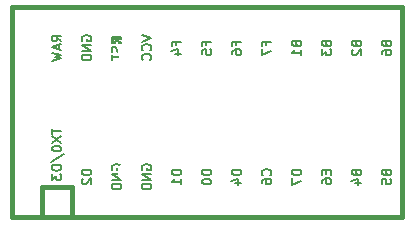
<source format=gbo>
%TF.GenerationSoftware,KiCad,Pcbnew,(5.1.9)-1*%
%TF.CreationDate,2021-04-18T19:10:53+08:00*%
%TF.ProjectId,ISOISOISO,49534f49-534f-4495-934f-2e6b69636164,rev?*%
%TF.SameCoordinates,Original*%
%TF.FileFunction,Legend,Bot*%
%TF.FilePolarity,Positive*%
%FSLAX46Y46*%
G04 Gerber Fmt 4.6, Leading zero omitted, Abs format (unit mm)*
G04 Created by KiCad (PCBNEW (5.1.9)-1) date 2021-04-18 19:10:53*
%MOMM*%
%LPD*%
G01*
G04 APERTURE LIST*
%ADD10C,0.381000*%
%ADD11C,0.150000*%
%ADD12C,1.752600*%
%ADD13R,1.752600X1.752600*%
%ADD14C,3.987800*%
%ADD15C,3.048000*%
%ADD16C,1.750000*%
%ADD17C,2.250000*%
G04 APERTURE END LIST*
D10*
%TO.C,U1*%
X33337500Y-47625000D02*
X33337500Y-50165000D01*
X30797500Y-47625000D02*
X33337500Y-47625000D01*
D11*
G36*
X37086530Y-35230365D02*
G01*
X37186530Y-35230365D01*
X37186530Y-35130365D01*
X37086530Y-35130365D01*
X37086530Y-35230365D01*
G37*
X37086530Y-35230365D02*
X37186530Y-35230365D01*
X37186530Y-35130365D01*
X37086530Y-35130365D01*
X37086530Y-35230365D01*
G36*
X36686530Y-35030365D02*
G01*
X37486530Y-35030365D01*
X37486530Y-34930365D01*
X36686530Y-34930365D01*
X36686530Y-35030365D01*
G37*
X36686530Y-35030365D02*
X37486530Y-35030365D01*
X37486530Y-34930365D01*
X36686530Y-34930365D01*
X36686530Y-35030365D01*
G36*
X37286530Y-35430365D02*
G01*
X37486530Y-35430365D01*
X37486530Y-35330365D01*
X37286530Y-35330365D01*
X37286530Y-35430365D01*
G37*
X37286530Y-35430365D02*
X37486530Y-35430365D01*
X37486530Y-35330365D01*
X37286530Y-35330365D01*
X37286530Y-35430365D01*
G36*
X36686530Y-35430365D02*
G01*
X36986530Y-35430365D01*
X36986530Y-35330365D01*
X36686530Y-35330365D01*
X36686530Y-35430365D01*
G37*
X36686530Y-35430365D02*
X36986530Y-35430365D01*
X36986530Y-35330365D01*
X36686530Y-35330365D01*
X36686530Y-35430365D01*
G36*
X36686530Y-35430365D02*
G01*
X36786530Y-35430365D01*
X36786530Y-34930365D01*
X36686530Y-34930365D01*
X36686530Y-35430365D01*
G37*
X36686530Y-35430365D02*
X36786530Y-35430365D01*
X36786530Y-34930365D01*
X36686530Y-34930365D01*
X36686530Y-35430365D01*
D10*
X61277500Y-32385000D02*
X28257500Y-32385000D01*
X61277500Y-50165000D02*
X61277500Y-32385000D01*
X28257500Y-50165000D02*
X61277500Y-50165000D01*
X28257500Y-32385000D02*
X28257500Y-50165000D01*
X30797500Y-47625000D02*
X30797500Y-50165000D01*
D11*
X37451309Y-35701666D02*
X37489404Y-35815952D01*
X37489404Y-36006428D01*
X37451309Y-36082619D01*
X37413214Y-36120714D01*
X37337023Y-36158809D01*
X37260833Y-36158809D01*
X37184642Y-36120714D01*
X37146547Y-36082619D01*
X37108452Y-36006428D01*
X37070357Y-35854047D01*
X37032261Y-35777857D01*
X36994166Y-35739761D01*
X36917976Y-35701666D01*
X36841785Y-35701666D01*
X36765595Y-35739761D01*
X36727500Y-35777857D01*
X36689404Y-35854047D01*
X36689404Y-36044523D01*
X36727500Y-36158809D01*
X36689404Y-36387380D02*
X36689404Y-36844523D01*
X37489404Y-36615952D02*
X36689404Y-36615952D01*
X31629404Y-42656395D02*
X31629404Y-43113538D01*
X32429404Y-42884967D02*
X31629404Y-42884967D01*
X31629404Y-43304014D02*
X32429404Y-43837348D01*
X31629404Y-43837348D02*
X32429404Y-43304014D01*
X31629404Y-44294491D02*
X31629404Y-44370681D01*
X31667500Y-44446872D01*
X31705595Y-44484967D01*
X31781785Y-44523062D01*
X31934166Y-44561157D01*
X32124642Y-44561157D01*
X32277023Y-44523062D01*
X32353214Y-44484967D01*
X32391309Y-44446872D01*
X32429404Y-44370681D01*
X32429404Y-44294491D01*
X32391309Y-44218300D01*
X32353214Y-44180205D01*
X32277023Y-44142110D01*
X32124642Y-44104014D01*
X31934166Y-44104014D01*
X31781785Y-44142110D01*
X31705595Y-44180205D01*
X31667500Y-44218300D01*
X31629404Y-44294491D01*
X31591309Y-45475443D02*
X32619880Y-44789729D01*
X32429404Y-45742110D02*
X31629404Y-45742110D01*
X31629404Y-45932586D01*
X31667500Y-46046872D01*
X31743690Y-46123062D01*
X31819880Y-46161157D01*
X31972261Y-46199252D01*
X32086547Y-46199252D01*
X32238928Y-46161157D01*
X32315119Y-46123062D01*
X32391309Y-46046872D01*
X32429404Y-45932586D01*
X32429404Y-45742110D01*
X31629404Y-46465919D02*
X31629404Y-46961157D01*
X31934166Y-46694491D01*
X31934166Y-46808776D01*
X31972261Y-46884967D01*
X32010357Y-46923062D01*
X32086547Y-46961157D01*
X32277023Y-46961157D01*
X32353214Y-46923062D01*
X32391309Y-46884967D01*
X32429404Y-46808776D01*
X32429404Y-46580205D01*
X32391309Y-46504014D01*
X32353214Y-46465919D01*
X57410357Y-35490190D02*
X57448452Y-35604476D01*
X57486547Y-35642571D01*
X57562738Y-35680666D01*
X57677023Y-35680666D01*
X57753214Y-35642571D01*
X57791309Y-35604476D01*
X57829404Y-35528285D01*
X57829404Y-35223523D01*
X57029404Y-35223523D01*
X57029404Y-35490190D01*
X57067500Y-35566380D01*
X57105595Y-35604476D01*
X57181785Y-35642571D01*
X57257976Y-35642571D01*
X57334166Y-35604476D01*
X57372261Y-35566380D01*
X57410357Y-35490190D01*
X57410357Y-35223523D01*
X57105595Y-35985428D02*
X57067500Y-36023523D01*
X57029404Y-36099714D01*
X57029404Y-36290190D01*
X57067500Y-36366380D01*
X57105595Y-36404476D01*
X57181785Y-36442571D01*
X57257976Y-36442571D01*
X57372261Y-36404476D01*
X57829404Y-35947333D01*
X57829404Y-36442571D01*
X49790357Y-35547333D02*
X49790357Y-35280666D01*
X50209404Y-35280666D02*
X49409404Y-35280666D01*
X49409404Y-35661619D01*
X49409404Y-35890190D02*
X49409404Y-36423523D01*
X50209404Y-36080666D01*
X47250357Y-35547333D02*
X47250357Y-35280666D01*
X47669404Y-35280666D02*
X46869404Y-35280666D01*
X46869404Y-35661619D01*
X46869404Y-36309238D02*
X46869404Y-36156857D01*
X46907500Y-36080666D01*
X46945595Y-36042571D01*
X47059880Y-35966380D01*
X47212261Y-35928285D01*
X47517023Y-35928285D01*
X47593214Y-35966380D01*
X47631309Y-36004476D01*
X47669404Y-36080666D01*
X47669404Y-36233047D01*
X47631309Y-36309238D01*
X47593214Y-36347333D01*
X47517023Y-36385428D01*
X47326547Y-36385428D01*
X47250357Y-36347333D01*
X47212261Y-36309238D01*
X47174166Y-36233047D01*
X47174166Y-36080666D01*
X47212261Y-36004476D01*
X47250357Y-35966380D01*
X47326547Y-35928285D01*
X44710357Y-35547333D02*
X44710357Y-35280666D01*
X45129404Y-35280666D02*
X44329404Y-35280666D01*
X44329404Y-35661619D01*
X44329404Y-36347333D02*
X44329404Y-35966380D01*
X44710357Y-35928285D01*
X44672261Y-35966380D01*
X44634166Y-36042571D01*
X44634166Y-36233047D01*
X44672261Y-36309238D01*
X44710357Y-36347333D01*
X44786547Y-36385428D01*
X44977023Y-36385428D01*
X45053214Y-36347333D01*
X45091309Y-36309238D01*
X45129404Y-36233047D01*
X45129404Y-36042571D01*
X45091309Y-35966380D01*
X45053214Y-35928285D01*
X32429404Y-35261619D02*
X32048452Y-34994952D01*
X32429404Y-34804476D02*
X31629404Y-34804476D01*
X31629404Y-35109238D01*
X31667500Y-35185428D01*
X31705595Y-35223523D01*
X31781785Y-35261619D01*
X31896071Y-35261619D01*
X31972261Y-35223523D01*
X32010357Y-35185428D01*
X32048452Y-35109238D01*
X32048452Y-34804476D01*
X32200833Y-35566380D02*
X32200833Y-35947333D01*
X32429404Y-35490190D02*
X31629404Y-35756857D01*
X32429404Y-36023523D01*
X31629404Y-36214000D02*
X32429404Y-36404476D01*
X31857976Y-36556857D01*
X32429404Y-36709238D01*
X31629404Y-36899714D01*
X34207500Y-35204476D02*
X34169404Y-35128285D01*
X34169404Y-35014000D01*
X34207500Y-34899714D01*
X34283690Y-34823523D01*
X34359880Y-34785428D01*
X34512261Y-34747333D01*
X34626547Y-34747333D01*
X34778928Y-34785428D01*
X34855119Y-34823523D01*
X34931309Y-34899714D01*
X34969404Y-35014000D01*
X34969404Y-35090190D01*
X34931309Y-35204476D01*
X34893214Y-35242571D01*
X34626547Y-35242571D01*
X34626547Y-35090190D01*
X34969404Y-35585428D02*
X34169404Y-35585428D01*
X34969404Y-36042571D01*
X34169404Y-36042571D01*
X34969404Y-36423523D02*
X34169404Y-36423523D01*
X34169404Y-36614000D01*
X34207500Y-36728285D01*
X34283690Y-36804476D01*
X34359880Y-36842571D01*
X34512261Y-36880666D01*
X34626547Y-36880666D01*
X34778928Y-36842571D01*
X34855119Y-36804476D01*
X34931309Y-36728285D01*
X34969404Y-36614000D01*
X34969404Y-36423523D01*
X39249404Y-34747333D02*
X40049404Y-35014000D01*
X39249404Y-35280666D01*
X39973214Y-36004476D02*
X40011309Y-35966380D01*
X40049404Y-35852095D01*
X40049404Y-35775904D01*
X40011309Y-35661619D01*
X39935119Y-35585428D01*
X39858928Y-35547333D01*
X39706547Y-35509238D01*
X39592261Y-35509238D01*
X39439880Y-35547333D01*
X39363690Y-35585428D01*
X39287500Y-35661619D01*
X39249404Y-35775904D01*
X39249404Y-35852095D01*
X39287500Y-35966380D01*
X39325595Y-36004476D01*
X39973214Y-36804476D02*
X40011309Y-36766380D01*
X40049404Y-36652095D01*
X40049404Y-36575904D01*
X40011309Y-36461619D01*
X39935119Y-36385428D01*
X39858928Y-36347333D01*
X39706547Y-36309238D01*
X39592261Y-36309238D01*
X39439880Y-36347333D01*
X39363690Y-36385428D01*
X39287500Y-36461619D01*
X39249404Y-36575904D01*
X39249404Y-36652095D01*
X39287500Y-36766380D01*
X39325595Y-36804476D01*
X42170357Y-35547333D02*
X42170357Y-35280666D01*
X42589404Y-35280666D02*
X41789404Y-35280666D01*
X41789404Y-35661619D01*
X42056071Y-36309238D02*
X42589404Y-36309238D01*
X41751309Y-36118761D02*
X42322738Y-35928285D01*
X42322738Y-36423523D01*
X52330357Y-35490190D02*
X52368452Y-35604476D01*
X52406547Y-35642571D01*
X52482738Y-35680666D01*
X52597023Y-35680666D01*
X52673214Y-35642571D01*
X52711309Y-35604476D01*
X52749404Y-35528285D01*
X52749404Y-35223523D01*
X51949404Y-35223523D01*
X51949404Y-35490190D01*
X51987500Y-35566380D01*
X52025595Y-35604476D01*
X52101785Y-35642571D01*
X52177976Y-35642571D01*
X52254166Y-35604476D01*
X52292261Y-35566380D01*
X52330357Y-35490190D01*
X52330357Y-35223523D01*
X52749404Y-36442571D02*
X52749404Y-35985428D01*
X52749404Y-36214000D02*
X51949404Y-36214000D01*
X52063690Y-36137809D01*
X52139880Y-36061619D01*
X52177976Y-35985428D01*
X54870357Y-35490190D02*
X54908452Y-35604476D01*
X54946547Y-35642571D01*
X55022738Y-35680666D01*
X55137023Y-35680666D01*
X55213214Y-35642571D01*
X55251309Y-35604476D01*
X55289404Y-35528285D01*
X55289404Y-35223523D01*
X54489404Y-35223523D01*
X54489404Y-35490190D01*
X54527500Y-35566380D01*
X54565595Y-35604476D01*
X54641785Y-35642571D01*
X54717976Y-35642571D01*
X54794166Y-35604476D01*
X54832261Y-35566380D01*
X54870357Y-35490190D01*
X54870357Y-35223523D01*
X54489404Y-35947333D02*
X54489404Y-36442571D01*
X54794166Y-36175904D01*
X54794166Y-36290190D01*
X54832261Y-36366380D01*
X54870357Y-36404476D01*
X54946547Y-36442571D01*
X55137023Y-36442571D01*
X55213214Y-36404476D01*
X55251309Y-36366380D01*
X55289404Y-36290190D01*
X55289404Y-36061619D01*
X55251309Y-35985428D01*
X55213214Y-35947333D01*
X59950357Y-35490190D02*
X59988452Y-35604476D01*
X60026547Y-35642571D01*
X60102738Y-35680666D01*
X60217023Y-35680666D01*
X60293214Y-35642571D01*
X60331309Y-35604476D01*
X60369404Y-35528285D01*
X60369404Y-35223523D01*
X59569404Y-35223523D01*
X59569404Y-35490190D01*
X59607500Y-35566380D01*
X59645595Y-35604476D01*
X59721785Y-35642571D01*
X59797976Y-35642571D01*
X59874166Y-35604476D01*
X59912261Y-35566380D01*
X59950357Y-35490190D01*
X59950357Y-35223523D01*
X59569404Y-36366380D02*
X59569404Y-36214000D01*
X59607500Y-36137809D01*
X59645595Y-36099714D01*
X59759880Y-36023523D01*
X59912261Y-35985428D01*
X60217023Y-35985428D01*
X60293214Y-36023523D01*
X60331309Y-36061619D01*
X60369404Y-36137809D01*
X60369404Y-36290190D01*
X60331309Y-36366380D01*
X60293214Y-36404476D01*
X60217023Y-36442571D01*
X60026547Y-36442571D01*
X59950357Y-36404476D01*
X59912261Y-36366380D01*
X59874166Y-36290190D01*
X59874166Y-36137809D01*
X59912261Y-36061619D01*
X59950357Y-36023523D01*
X60026547Y-35985428D01*
X59950357Y-46412190D02*
X59988452Y-46526476D01*
X60026547Y-46564571D01*
X60102738Y-46602666D01*
X60217023Y-46602666D01*
X60293214Y-46564571D01*
X60331309Y-46526476D01*
X60369404Y-46450285D01*
X60369404Y-46145523D01*
X59569404Y-46145523D01*
X59569404Y-46412190D01*
X59607500Y-46488380D01*
X59645595Y-46526476D01*
X59721785Y-46564571D01*
X59797976Y-46564571D01*
X59874166Y-46526476D01*
X59912261Y-46488380D01*
X59950357Y-46412190D01*
X59950357Y-46145523D01*
X59569404Y-47326476D02*
X59569404Y-46945523D01*
X59950357Y-46907428D01*
X59912261Y-46945523D01*
X59874166Y-47021714D01*
X59874166Y-47212190D01*
X59912261Y-47288380D01*
X59950357Y-47326476D01*
X60026547Y-47364571D01*
X60217023Y-47364571D01*
X60293214Y-47326476D01*
X60331309Y-47288380D01*
X60369404Y-47212190D01*
X60369404Y-47021714D01*
X60331309Y-46945523D01*
X60293214Y-46907428D01*
X57410357Y-46412190D02*
X57448452Y-46526476D01*
X57486547Y-46564571D01*
X57562738Y-46602666D01*
X57677023Y-46602666D01*
X57753214Y-46564571D01*
X57791309Y-46526476D01*
X57829404Y-46450285D01*
X57829404Y-46145523D01*
X57029404Y-46145523D01*
X57029404Y-46412190D01*
X57067500Y-46488380D01*
X57105595Y-46526476D01*
X57181785Y-46564571D01*
X57257976Y-46564571D01*
X57334166Y-46526476D01*
X57372261Y-46488380D01*
X57410357Y-46412190D01*
X57410357Y-46145523D01*
X57296071Y-47288380D02*
X57829404Y-47288380D01*
X56991309Y-47097904D02*
X57562738Y-46907428D01*
X57562738Y-47402666D01*
X54870357Y-46183619D02*
X54870357Y-46450285D01*
X55289404Y-46564571D02*
X55289404Y-46183619D01*
X54489404Y-46183619D01*
X54489404Y-46564571D01*
X54489404Y-47250285D02*
X54489404Y-47097904D01*
X54527500Y-47021714D01*
X54565595Y-46983619D01*
X54679880Y-46907428D01*
X54832261Y-46869333D01*
X55137023Y-46869333D01*
X55213214Y-46907428D01*
X55251309Y-46945523D01*
X55289404Y-47021714D01*
X55289404Y-47174095D01*
X55251309Y-47250285D01*
X55213214Y-47288380D01*
X55137023Y-47326476D01*
X54946547Y-47326476D01*
X54870357Y-47288380D01*
X54832261Y-47250285D01*
X54794166Y-47174095D01*
X54794166Y-47021714D01*
X54832261Y-46945523D01*
X54870357Y-46907428D01*
X54946547Y-46869333D01*
X52749404Y-46145523D02*
X51949404Y-46145523D01*
X51949404Y-46336000D01*
X51987500Y-46450285D01*
X52063690Y-46526476D01*
X52139880Y-46564571D01*
X52292261Y-46602666D01*
X52406547Y-46602666D01*
X52558928Y-46564571D01*
X52635119Y-46526476D01*
X52711309Y-46450285D01*
X52749404Y-46336000D01*
X52749404Y-46145523D01*
X51949404Y-46869333D02*
X51949404Y-47402666D01*
X52749404Y-47059809D01*
X50133214Y-46602666D02*
X50171309Y-46564571D01*
X50209404Y-46450285D01*
X50209404Y-46374095D01*
X50171309Y-46259809D01*
X50095119Y-46183619D01*
X50018928Y-46145523D01*
X49866547Y-46107428D01*
X49752261Y-46107428D01*
X49599880Y-46145523D01*
X49523690Y-46183619D01*
X49447500Y-46259809D01*
X49409404Y-46374095D01*
X49409404Y-46450285D01*
X49447500Y-46564571D01*
X49485595Y-46602666D01*
X49409404Y-47288380D02*
X49409404Y-47136000D01*
X49447500Y-47059809D01*
X49485595Y-47021714D01*
X49599880Y-46945523D01*
X49752261Y-46907428D01*
X50057023Y-46907428D01*
X50133214Y-46945523D01*
X50171309Y-46983619D01*
X50209404Y-47059809D01*
X50209404Y-47212190D01*
X50171309Y-47288380D01*
X50133214Y-47326476D01*
X50057023Y-47364571D01*
X49866547Y-47364571D01*
X49790357Y-47326476D01*
X49752261Y-47288380D01*
X49714166Y-47212190D01*
X49714166Y-47059809D01*
X49752261Y-46983619D01*
X49790357Y-46945523D01*
X49866547Y-46907428D01*
X47669404Y-46145523D02*
X46869404Y-46145523D01*
X46869404Y-46336000D01*
X46907500Y-46450285D01*
X46983690Y-46526476D01*
X47059880Y-46564571D01*
X47212261Y-46602666D01*
X47326547Y-46602666D01*
X47478928Y-46564571D01*
X47555119Y-46526476D01*
X47631309Y-46450285D01*
X47669404Y-46336000D01*
X47669404Y-46145523D01*
X47136071Y-47288380D02*
X47669404Y-47288380D01*
X46831309Y-47097904D02*
X47402738Y-46907428D01*
X47402738Y-47402666D01*
X36747500Y-46126476D02*
X36709404Y-46050285D01*
X36709404Y-45936000D01*
X36747500Y-45821714D01*
X36823690Y-45745523D01*
X36899880Y-45707428D01*
X37052261Y-45669333D01*
X37166547Y-45669333D01*
X37318928Y-45707428D01*
X37395119Y-45745523D01*
X37471309Y-45821714D01*
X37509404Y-45936000D01*
X37509404Y-46012190D01*
X37471309Y-46126476D01*
X37433214Y-46164571D01*
X37166547Y-46164571D01*
X37166547Y-46012190D01*
X37509404Y-46507428D02*
X36709404Y-46507428D01*
X37509404Y-46964571D01*
X36709404Y-46964571D01*
X37509404Y-47345523D02*
X36709404Y-47345523D01*
X36709404Y-47536000D01*
X36747500Y-47650285D01*
X36823690Y-47726476D01*
X36899880Y-47764571D01*
X37052261Y-47802666D01*
X37166547Y-47802666D01*
X37318928Y-47764571D01*
X37395119Y-47726476D01*
X37471309Y-47650285D01*
X37509404Y-47536000D01*
X37509404Y-47345523D01*
X39287500Y-46126476D02*
X39249404Y-46050285D01*
X39249404Y-45936000D01*
X39287500Y-45821714D01*
X39363690Y-45745523D01*
X39439880Y-45707428D01*
X39592261Y-45669333D01*
X39706547Y-45669333D01*
X39858928Y-45707428D01*
X39935119Y-45745523D01*
X40011309Y-45821714D01*
X40049404Y-45936000D01*
X40049404Y-46012190D01*
X40011309Y-46126476D01*
X39973214Y-46164571D01*
X39706547Y-46164571D01*
X39706547Y-46012190D01*
X40049404Y-46507428D02*
X39249404Y-46507428D01*
X40049404Y-46964571D01*
X39249404Y-46964571D01*
X40049404Y-47345523D02*
X39249404Y-47345523D01*
X39249404Y-47536000D01*
X39287500Y-47650285D01*
X39363690Y-47726476D01*
X39439880Y-47764571D01*
X39592261Y-47802666D01*
X39706547Y-47802666D01*
X39858928Y-47764571D01*
X39935119Y-47726476D01*
X40011309Y-47650285D01*
X40049404Y-47536000D01*
X40049404Y-47345523D01*
X42589404Y-46145523D02*
X41789404Y-46145523D01*
X41789404Y-46336000D01*
X41827500Y-46450285D01*
X41903690Y-46526476D01*
X41979880Y-46564571D01*
X42132261Y-46602666D01*
X42246547Y-46602666D01*
X42398928Y-46564571D01*
X42475119Y-46526476D01*
X42551309Y-46450285D01*
X42589404Y-46336000D01*
X42589404Y-46145523D01*
X42589404Y-47364571D02*
X42589404Y-46907428D01*
X42589404Y-47136000D02*
X41789404Y-47136000D01*
X41903690Y-47059809D01*
X41979880Y-46983619D01*
X42017976Y-46907428D01*
X45129404Y-46145523D02*
X44329404Y-46145523D01*
X44329404Y-46336000D01*
X44367500Y-46450285D01*
X44443690Y-46526476D01*
X44519880Y-46564571D01*
X44672261Y-46602666D01*
X44786547Y-46602666D01*
X44938928Y-46564571D01*
X45015119Y-46526476D01*
X45091309Y-46450285D01*
X45129404Y-46336000D01*
X45129404Y-46145523D01*
X44329404Y-47097904D02*
X44329404Y-47174095D01*
X44367500Y-47250285D01*
X44405595Y-47288380D01*
X44481785Y-47326476D01*
X44634166Y-47364571D01*
X44824642Y-47364571D01*
X44977023Y-47326476D01*
X45053214Y-47288380D01*
X45091309Y-47250285D01*
X45129404Y-47174095D01*
X45129404Y-47097904D01*
X45091309Y-47021714D01*
X45053214Y-46983619D01*
X44977023Y-46945523D01*
X44824642Y-46907428D01*
X44634166Y-46907428D01*
X44481785Y-46945523D01*
X44405595Y-46983619D01*
X44367500Y-47021714D01*
X44329404Y-47097904D01*
X34969404Y-46145523D02*
X34169404Y-46145523D01*
X34169404Y-46336000D01*
X34207500Y-46450285D01*
X34283690Y-46526476D01*
X34359880Y-46564571D01*
X34512261Y-46602666D01*
X34626547Y-46602666D01*
X34778928Y-46564571D01*
X34855119Y-46526476D01*
X34931309Y-46450285D01*
X34969404Y-46336000D01*
X34969404Y-46145523D01*
X34245595Y-46907428D02*
X34207500Y-46945523D01*
X34169404Y-47021714D01*
X34169404Y-47212190D01*
X34207500Y-47288380D01*
X34245595Y-47326476D01*
X34321785Y-47364571D01*
X34397976Y-47364571D01*
X34512261Y-47326476D01*
X34969404Y-46869333D01*
X34969404Y-47364571D01*
%TD*%
%LPC*%
D12*
%TO.C,U1*%
X32067500Y-33655000D03*
X60007500Y-48895000D03*
X34607500Y-33655000D03*
X37147500Y-33655000D03*
X39687500Y-33655000D03*
X42227500Y-33655000D03*
X44767500Y-33655000D03*
X47307500Y-33655000D03*
X49847500Y-33655000D03*
X52387500Y-33655000D03*
X54927500Y-33655000D03*
X57467500Y-33655000D03*
X60007500Y-33655000D03*
X57467500Y-48895000D03*
X54927500Y-48895000D03*
X52387500Y-48895000D03*
X49847500Y-48895000D03*
X47307500Y-48895000D03*
X44767500Y-48895000D03*
X42227500Y-48895000D03*
X39687500Y-48895000D03*
X37147500Y-48895000D03*
X34607500Y-48895000D03*
D13*
X32067500Y-48895000D03*
%TD*%
D14*
%TO.C,MX8*%
X110807500Y-67437000D03*
X110807500Y-91313000D03*
D15*
X126047500Y-67437000D03*
X126047500Y-91313000D03*
D16*
X119062500Y-84455000D03*
X119062500Y-74295000D03*
D17*
X121602500Y-75565000D03*
D14*
X119062500Y-79375000D03*
D17*
X124142500Y-81915000D03*
%TD*%
D14*
%TO.C,MX7*%
X110807500Y-29337000D03*
X110807500Y-53213000D03*
D15*
X126047500Y-29337000D03*
X126047500Y-53213000D03*
D16*
X119062500Y-46355000D03*
X119062500Y-36195000D03*
D17*
X121602500Y-37465000D03*
D14*
X119062500Y-41275000D03*
D17*
X124142500Y-43815000D03*
%TD*%
D14*
%TO.C,MX6*%
X98742500Y-91313000D03*
X98742500Y-67437000D03*
D15*
X83502500Y-91313000D03*
X83502500Y-67437000D03*
D16*
X90487500Y-74295000D03*
X90487500Y-84455000D03*
D17*
X87947500Y-83185000D03*
D14*
X90487500Y-79375000D03*
D17*
X85407500Y-76835000D03*
%TD*%
D14*
%TO.C,MX5*%
X98742500Y-53213000D03*
X98742500Y-29337000D03*
D15*
X83502500Y-53213000D03*
X83502500Y-29337000D03*
D16*
X90487500Y-36195000D03*
X90487500Y-46355000D03*
D17*
X87947500Y-45085000D03*
D14*
X90487500Y-41275000D03*
D17*
X85407500Y-38735000D03*
%TD*%
D14*
%TO.C,MX4*%
X58420000Y-67437000D03*
X58420000Y-91313000D03*
D15*
X73660000Y-67437000D03*
X73660000Y-91313000D03*
D16*
X66675000Y-84455000D03*
X66675000Y-74295000D03*
D17*
X69215000Y-75565000D03*
D14*
X66675000Y-79375000D03*
D17*
X71755000Y-81915000D03*
%TD*%
D14*
%TO.C,MX3*%
X58420000Y-29337000D03*
X58420000Y-53213000D03*
D15*
X73660000Y-29337000D03*
X73660000Y-53213000D03*
D16*
X66675000Y-46355000D03*
X66675000Y-36195000D03*
D17*
X69215000Y-37465000D03*
D14*
X66675000Y-41275000D03*
D17*
X71755000Y-43815000D03*
%TD*%
D14*
%TO.C,MX2*%
X46355000Y-91313000D03*
X46355000Y-67437000D03*
D15*
X31115000Y-91313000D03*
X31115000Y-67437000D03*
D16*
X38100000Y-74295000D03*
X38100000Y-84455000D03*
D17*
X35560000Y-83185000D03*
D14*
X38100000Y-79375000D03*
D17*
X33020000Y-76835000D03*
%TD*%
D14*
%TO.C,MX1*%
X46355000Y-53213000D03*
X46355000Y-29337000D03*
D15*
X31115000Y-53213000D03*
X31115000Y-29337000D03*
D16*
X38100000Y-36195000D03*
X38100000Y-46355000D03*
D17*
X35560000Y-45085000D03*
D14*
X38100000Y-41275000D03*
D17*
X33020000Y-38735000D03*
%TD*%
M02*

</source>
